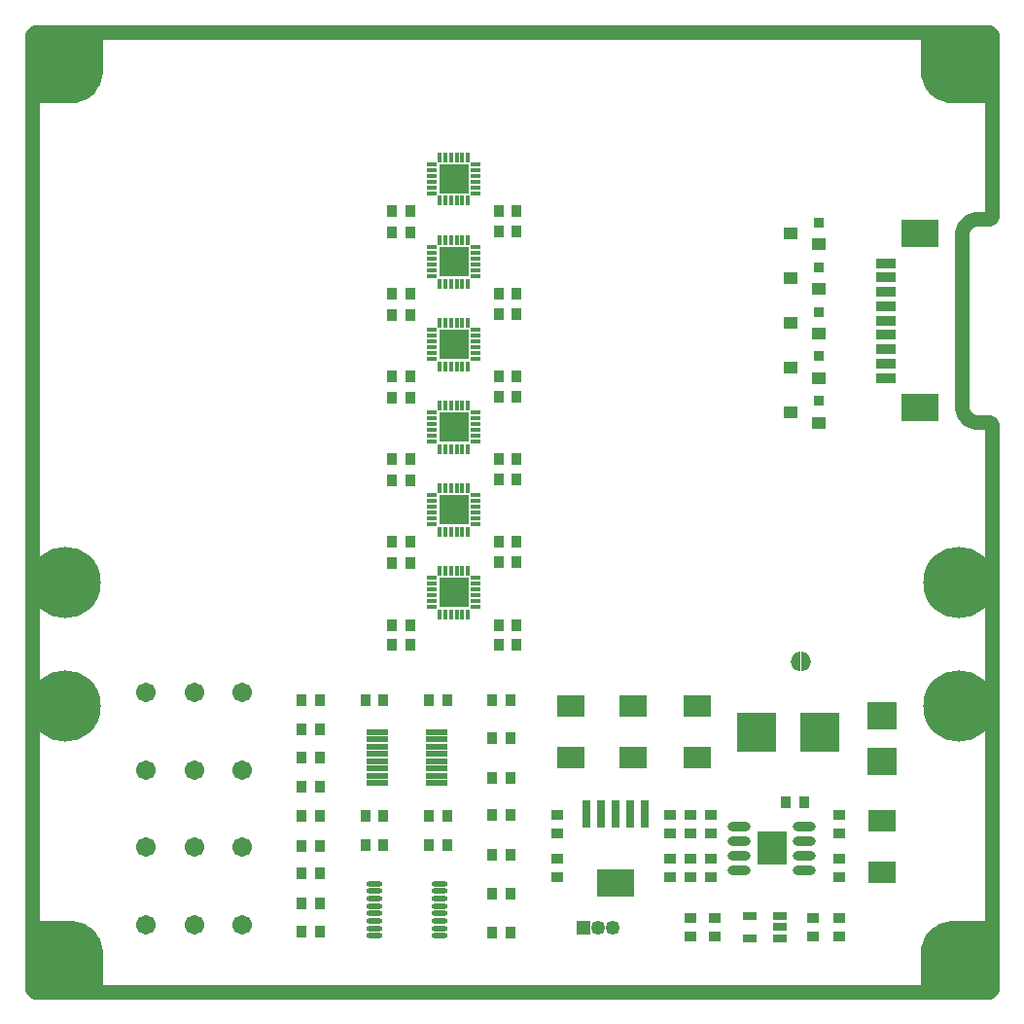
<source format=gbr>
G04*
G04 #@! TF.GenerationSoftware,Altium Limited,Altium Designer,24.1.2 (44)*
G04*
G04 Layer_Color=8388736*
%FSLAX44Y44*%
%MOMM*%
G71*
G04*
G04 #@! TF.SameCoordinates,B2B3494C-DAF2-46AE-B00F-8016F5E32D17*
G04*
G04*
G04 #@! TF.FilePolarity,Negative*
G04*
G01*
G75*
%ADD22R,0.9500X0.9000*%
%ADD26R,1.7018X0.8128*%
%ADD39R,2.5000X2.5000*%
%ADD41C,1.2700*%
%ADD42R,1.1532X1.1032*%
%ADD43R,0.9032X1.0032*%
%ADD44C,1.7032*%
%ADD45R,2.5032X2.4892*%
%ADD46R,3.3020X2.4130*%
%ADD47R,1.2032X0.8032*%
%ADD48R,1.0032X0.9032*%
%ADD49R,2.4622X1.9796*%
G04:AMPARAMS|DCode=50|XSize=0.3746mm|YSize=0.9048mm|CornerRadius=0.1873mm|HoleSize=0mm|Usage=FLASHONLY|Rotation=90.000|XOffset=0mm|YOffset=0mm|HoleType=Round|Shape=RoundedRectangle|*
%AMROUNDEDRECTD50*
21,1,0.3746,0.5302,0,0,90.0*
21,1,0.0000,0.9048,0,0,90.0*
1,1,0.3746,0.2651,0.0000*
1,1,0.3746,0.2651,0.0000*
1,1,0.3746,-0.2651,0.0000*
1,1,0.3746,-0.2651,0.0000*
%
%ADD50ROUNDEDRECTD50*%
%ADD51R,3.5032X3.3532*%
%ADD52O,2.0032X0.8032*%
%ADD53R,2.5032X3.0032*%
%ADD54R,3.2725X2.4455*%
%ADD55R,0.7325X2.4455*%
%ADD56O,1.4000X0.4500*%
%ADD57R,1.9000X0.5000*%
G04:AMPARAMS|DCode=58|XSize=0.3746mm|YSize=0.9048mm|CornerRadius=0.1873mm|HoleSize=0mm|Usage=FLASHONLY|Rotation=180.000|XOffset=0mm|YOffset=0mm|HoleType=Round|Shape=RoundedRectangle|*
%AMROUNDEDRECTD58*
21,1,0.3746,0.5302,0,0,180.0*
21,1,0.0000,0.9048,0,0,180.0*
1,1,0.3746,0.0000,0.2651*
1,1,0.3746,0.0000,0.2651*
1,1,0.3746,0.0000,-0.2651*
1,1,0.3746,0.0000,-0.2651*
%
%ADD58ROUNDEDRECTD58*%
%ADD59R,2.6000X2.6000*%
%ADD60C,6.2032*%
%ADD61C,1.0032*%
%ADD62R,1.2532X1.2532*%
%ADD63C,1.2532*%
%ADD64C,0.6032*%
G36*
X843526Y781000D02*
X809293D01*
Y781000D01*
X807438Y781000D01*
X803761Y781484D01*
X800179Y782444D01*
X796752Y783863D01*
X793540Y785718D01*
X790598Y787975D01*
X787975Y790598D01*
X785718Y793540D01*
X783863Y796752D01*
X782444Y800179D01*
X781484Y803761D01*
X781000Y807438D01*
X781000Y809293D01*
X781000Y843526D01*
X843526D01*
Y781000D01*
D02*
G37*
G36*
X69000Y809293D02*
X69000D01*
X69000Y807438D01*
X68516Y803761D01*
X67556Y800179D01*
X66137Y796752D01*
X64282Y793540D01*
X62024Y790598D01*
X59402Y787975D01*
X56460Y785718D01*
X53248Y783863D01*
X49821Y782444D01*
X46239Y781484D01*
X42562Y781000D01*
X40707Y781000D01*
X6474Y781000D01*
Y843526D01*
X69000D01*
Y809293D01*
D02*
G37*
G36*
X675222Y303401D02*
X675266Y303400D01*
X675288Y303397D01*
X675311Y303396D01*
X675354Y303387D01*
X675398Y303380D01*
X675419Y303374D01*
X675441Y303370D01*
X675484Y303355D01*
X675526Y303343D01*
X675546Y303334D01*
X675567Y303327D01*
X675608Y303307D01*
X675648Y303289D01*
X675667Y303278D01*
X675687Y303268D01*
X675724Y303243D01*
X675762Y303220D01*
X675779Y303206D01*
X675798Y303194D01*
X675831Y303164D01*
X675865Y303137D01*
X675881Y303121D01*
X675898Y303106D01*
X675927Y303072D01*
X675958Y303041D01*
X675971Y303023D01*
X675985Y303006D01*
X676010Y302969D01*
X676036Y302933D01*
X676047Y302914D01*
X676059Y302895D01*
X676079Y302855D01*
X676100Y302816D01*
X676108Y302796D01*
X676118Y302776D01*
X676133Y302733D01*
X676149Y302692D01*
X676154Y302671D01*
X676161Y302650D01*
X676170Y302606D01*
X676180Y302563D01*
X676183Y302541D01*
X676187Y302519D01*
X676190Y302474D01*
X676195Y302430D01*
X676194Y302409D01*
X676196Y302386D01*
X676196Y287614D01*
X676194Y287592D01*
X676195Y287570D01*
X676190Y287525D01*
X676187Y287481D01*
X676183Y287459D01*
X676180Y287437D01*
X676170Y287394D01*
X676161Y287350D01*
X676154Y287329D01*
X676149Y287308D01*
X676133Y287267D01*
X676118Y287224D01*
X676108Y287204D01*
X676100Y287184D01*
X676079Y287145D01*
X676059Y287105D01*
X676047Y287087D01*
X676036Y287067D01*
X676010Y287031D01*
X675985Y286994D01*
X675971Y286977D01*
X675957Y286959D01*
X675927Y286927D01*
X675898Y286894D01*
X675881Y286879D01*
X675865Y286863D01*
X675831Y286835D01*
X675797Y286806D01*
X675779Y286794D01*
X675762Y286780D01*
X675724Y286757D01*
X675687Y286732D01*
X675667Y286722D01*
X675648Y286711D01*
X675607Y286693D01*
X675567Y286673D01*
X675546Y286666D01*
X675526Y286657D01*
X675483Y286645D01*
X675441Y286630D01*
X675419Y286626D01*
X675398Y286620D01*
X675354Y286613D01*
X675311Y286604D01*
X675288Y286603D01*
X675266Y286600D01*
X675222Y286599D01*
X675178Y286596D01*
X675155Y286597D01*
X675133Y286597D01*
X675089Y286602D01*
X675045Y286604D01*
X675023Y286609D01*
X675001Y286611D01*
X674484Y286702D01*
X674480Y286703D01*
X674476Y286704D01*
X674415Y286719D01*
X674355Y286734D01*
X674351Y286735D01*
X674346Y286737D01*
X673349Y287061D01*
X673345Y287062D01*
X673341Y287064D01*
X673283Y287087D01*
X673225Y287110D01*
X673221Y287112D01*
X673217Y287114D01*
X672274Y287574D01*
X672271Y287576D01*
X672266Y287578D01*
X672212Y287609D01*
X672159Y287640D01*
X672155Y287643D01*
X672151Y287645D01*
X671282Y288231D01*
X671279Y288234D01*
X671275Y288236D01*
X671224Y288276D01*
X671177Y288313D01*
X671174Y288316D01*
X671170Y288319D01*
X670390Y289021D01*
X670387Y289024D01*
X670384Y289027D01*
X670341Y289072D01*
X670297Y289116D01*
X670295Y289119D01*
X670292Y289123D01*
X669618Y289926D01*
X669615Y289930D01*
X669612Y289933D01*
X669576Y289983D01*
X669539Y290034D01*
X669537Y290038D01*
X669534Y290041D01*
X668978Y290931D01*
X668976Y290935D01*
X668974Y290938D01*
X668945Y290993D01*
X668915Y291048D01*
X668914Y291052D01*
X668912Y291056D01*
X668485Y292015D01*
X668483Y292019D01*
X668481Y292023D01*
X668461Y292080D01*
X668439Y292139D01*
X668438Y292144D01*
X668436Y292148D01*
X668147Y293156D01*
X668146Y293160D01*
X668145Y293165D01*
X668132Y293226D01*
X668119Y293286D01*
X668119Y293291D01*
X668118Y293295D01*
X667972Y294334D01*
X667971Y294338D01*
X667971Y294343D01*
X667966Y294405D01*
X667962Y294467D01*
X667962Y294471D01*
X667962Y294476D01*
Y295524D01*
X667962Y295529D01*
X667962Y295533D01*
X667966Y295595D01*
X667971Y295657D01*
X667971Y295662D01*
X667972Y295666D01*
X668118Y296705D01*
X668119Y296709D01*
X668119Y296714D01*
X668132Y296774D01*
X668145Y296835D01*
X668146Y296840D01*
X668147Y296844D01*
X668436Y297852D01*
X668438Y297856D01*
X668439Y297861D01*
X668461Y297920D01*
X668481Y297977D01*
X668483Y297981D01*
X668485Y297985D01*
X668912Y298944D01*
X668914Y298948D01*
X668915Y298952D01*
X668945Y299007D01*
X668974Y299062D01*
X668976Y299065D01*
X668978Y299069D01*
X669534Y299959D01*
X669537Y299962D01*
X669539Y299966D01*
X669575Y300016D01*
X669612Y300067D01*
X669615Y300070D01*
X669618Y300074D01*
X670292Y300877D01*
X670295Y300880D01*
X670297Y300884D01*
X670341Y300928D01*
X670384Y300973D01*
X670387Y300976D01*
X670390Y300979D01*
X671170Y301681D01*
X671173Y301684D01*
X671177Y301687D01*
X671225Y301724D01*
X671275Y301764D01*
X671279Y301766D01*
X671282Y301769D01*
X672151Y302355D01*
X672155Y302357D01*
X672159Y302360D01*
X672213Y302391D01*
X672266Y302422D01*
X672271Y302424D01*
X672274Y302426D01*
X673217Y302886D01*
X673221Y302888D01*
X673225Y302890D01*
X673283Y302913D01*
X673341Y302936D01*
X673345Y302938D01*
X673349Y302939D01*
X674346Y303263D01*
X674351Y303264D01*
X674355Y303266D01*
X674414Y303281D01*
X674475Y303296D01*
X674480Y303297D01*
X674484Y303298D01*
X675001Y303389D01*
X675023Y303391D01*
X675045Y303396D01*
X675089Y303398D01*
X675133Y303403D01*
X675155Y303403D01*
X675178Y303404D01*
X675178D01*
X675222Y303401D01*
D02*
G37*
G36*
X677804Y303403D02*
X677827Y303403D01*
X677871Y303398D01*
X677915Y303396D01*
X677937Y303391D01*
X677959Y303389D01*
X678476Y303298D01*
X678480Y303297D01*
X678484Y303296D01*
X678545Y303281D01*
X678605Y303266D01*
X678609Y303264D01*
X678614Y303263D01*
X679611Y302939D01*
X679615Y302938D01*
X679620Y302936D01*
X679677Y302913D01*
X679735Y302890D01*
X679739Y302888D01*
X679743Y302886D01*
X680686Y302426D01*
X680689Y302424D01*
X680694Y302422D01*
X680748Y302391D01*
X680801Y302360D01*
X680805Y302357D01*
X680808Y302355D01*
X681678Y301769D01*
X681682Y301766D01*
X681685Y301764D01*
X681736Y301724D01*
X681783Y301687D01*
X681786Y301684D01*
X681790Y301681D01*
X682570Y300979D01*
X682573Y300976D01*
X682576Y300973D01*
X682619Y300928D01*
X682662Y300884D01*
X682665Y300880D01*
X682668Y300877D01*
X683342Y300074D01*
X683345Y300070D01*
X683348Y300067D01*
X683384Y300017D01*
X683421Y299966D01*
X683423Y299962D01*
X683426Y299959D01*
X683982Y299069D01*
X683984Y299065D01*
X683986Y299062D01*
X684015Y299007D01*
X684045Y298952D01*
X684046Y298948D01*
X684048Y298944D01*
X684475Y297985D01*
X684477Y297981D01*
X684479Y297977D01*
X684499Y297920D01*
X684521Y297861D01*
X684522Y297856D01*
X684524Y297852D01*
X684813Y296844D01*
X684814Y296840D01*
X684815Y296835D01*
X684828Y296774D01*
X684841Y296714D01*
X684841Y296709D01*
X684842Y296705D01*
X684988Y295666D01*
X684989Y295662D01*
X684989Y295657D01*
X684994Y295595D01*
X684998Y295533D01*
X684998Y295529D01*
X684998Y295524D01*
Y294476D01*
X684998Y294471D01*
X684998Y294467D01*
X684994Y294405D01*
X684989Y294343D01*
X684989Y294338D01*
X684988Y294334D01*
X684842Y293295D01*
X684841Y293291D01*
X684841Y293286D01*
X684828Y293226D01*
X684815Y293165D01*
X684814Y293160D01*
X684813Y293156D01*
X684524Y292148D01*
X684522Y292144D01*
X684521Y292139D01*
X684499Y292080D01*
X684479Y292023D01*
X684477Y292019D01*
X684475Y292015D01*
X684048Y291056D01*
X684046Y291052D01*
X684045Y291048D01*
X684015Y290993D01*
X683986Y290938D01*
X683984Y290935D01*
X683982Y290931D01*
X683426Y290041D01*
X683423Y290037D01*
X683421Y290034D01*
X683385Y289984D01*
X683348Y289933D01*
X683345Y289930D01*
X683342Y289926D01*
X682668Y289123D01*
X682665Y289119D01*
X682662Y289116D01*
X682619Y289072D01*
X682576Y289027D01*
X682573Y289024D01*
X682570Y289021D01*
X681790Y288319D01*
X681786Y288316D01*
X681783Y288313D01*
X681735Y288276D01*
X681685Y288236D01*
X681682Y288234D01*
X681678Y288231D01*
X680808Y287645D01*
X680805Y287643D01*
X680801Y287640D01*
X680747Y287609D01*
X680694Y287578D01*
X680689Y287576D01*
X680686Y287574D01*
X679743Y287114D01*
X679739Y287112D01*
X679735Y287110D01*
X679677Y287087D01*
X679620Y287064D01*
X679615Y287062D01*
X679611Y287061D01*
X678614Y286737D01*
X678609Y286735D01*
X678605Y286734D01*
X678546Y286719D01*
X678484Y286704D01*
X678480Y286703D01*
X678476Y286702D01*
X677959Y286611D01*
X677937Y286609D01*
X677915Y286604D01*
X677871Y286602D01*
X677827Y286597D01*
X677804Y286597D01*
X677782Y286596D01*
X677782D01*
X677738Y286599D01*
X677694Y286600D01*
X677672Y286603D01*
X677649Y286604D01*
X677606Y286613D01*
X677562Y286620D01*
X677541Y286626D01*
X677519Y286630D01*
X677476Y286645D01*
X677434Y286657D01*
X677414Y286666D01*
X677393Y286673D01*
X677353Y286693D01*
X677312Y286711D01*
X677293Y286722D01*
X677273Y286732D01*
X677236Y286757D01*
X677198Y286780D01*
X677181Y286794D01*
X677162Y286806D01*
X677129Y286836D01*
X677094Y286863D01*
X677079Y286879D01*
X677062Y286894D01*
X677033Y286928D01*
X677002Y286959D01*
X676989Y286977D01*
X676975Y286994D01*
X676950Y287031D01*
X676924Y287067D01*
X676913Y287086D01*
X676901Y287105D01*
X676881Y287145D01*
X676860Y287184D01*
X676852Y287204D01*
X676842Y287224D01*
X676827Y287267D01*
X676811Y287308D01*
X676806Y287329D01*
X676799Y287350D01*
X676790Y287394D01*
X676780Y287437D01*
X676777Y287459D01*
X676773Y287481D01*
X676770Y287526D01*
X676765Y287570D01*
X676766Y287591D01*
X676764Y287614D01*
X676764Y302386D01*
X676766Y302408D01*
X676765Y302430D01*
X676770Y302475D01*
X676773Y302519D01*
X676777Y302541D01*
X676780Y302563D01*
X676790Y302606D01*
X676799Y302650D01*
X676806Y302671D01*
X676811Y302692D01*
X676827Y302733D01*
X676842Y302776D01*
X676852Y302796D01*
X676860Y302816D01*
X676881Y302855D01*
X676901Y302895D01*
X676913Y302913D01*
X676924Y302933D01*
X676950Y302969D01*
X676975Y303006D01*
X676989Y303023D01*
X677002Y303041D01*
X677033Y303072D01*
X677062Y303106D01*
X677079Y303121D01*
X677094Y303137D01*
X677129Y303165D01*
X677162Y303194D01*
X677181Y303206D01*
X677198Y303220D01*
X677236Y303243D01*
X677273Y303268D01*
X677293Y303278D01*
X677312Y303289D01*
X677353Y303307D01*
X677393Y303327D01*
X677414Y303334D01*
X677434Y303343D01*
X677476Y303355D01*
X677519Y303370D01*
X677541Y303374D01*
X677562Y303380D01*
X677606Y303387D01*
X677650Y303396D01*
X677672Y303397D01*
X677694Y303400D01*
X677738Y303401D01*
X677782Y303404D01*
X677804Y303403D01*
D02*
G37*
G36*
X843526Y6474D02*
X781000D01*
Y40707D01*
X781000Y40707D01*
X781000Y40707D01*
X781000Y42562D01*
X781484Y46239D01*
X782444Y49821D01*
X783863Y53248D01*
X785718Y56460D01*
X787975Y59402D01*
X790598Y62024D01*
X793540Y64282D01*
X796752Y66137D01*
X800179Y67556D01*
X803761Y68516D01*
X807438Y69000D01*
X809293Y69000D01*
X843526Y69000D01*
Y6474D01*
D02*
G37*
G36*
X40707Y69000D02*
X42562Y69000D01*
X46239Y68516D01*
X49821Y67556D01*
X53248Y66137D01*
X56460Y64282D01*
X59402Y62024D01*
X62024Y59402D01*
X64282Y56460D01*
X66137Y53248D01*
X67556Y49821D01*
X68516Y46239D01*
X69000Y42562D01*
X69000Y40707D01*
X69000D01*
X69000Y40707D01*
Y6474D01*
X6474D01*
Y69000D01*
X40707Y69000D01*
D02*
G37*
D22*
X692484Y521644D02*
D03*
Y560536D02*
D03*
Y599428D02*
D03*
Y638320D02*
D03*
Y677211D02*
D03*
D26*
X750955Y541752D02*
D03*
Y554252D02*
D03*
Y566752D02*
D03*
Y579252D02*
D03*
Y591752D02*
D03*
Y604252D02*
D03*
Y616752D02*
D03*
Y629252D02*
D03*
Y641752D02*
D03*
D39*
X374350Y643000D02*
D03*
Y715000D02*
D03*
Y571000D02*
D03*
Y499000D02*
D03*
Y427000D02*
D03*
D41*
X843150Y500497D02*
X842227Y502724D01*
X840000Y503647D01*
X838000Y6850D02*
X840575Y7540D01*
X842460Y9425D01*
X843150Y12000D01*
X840000Y679908D02*
X842227Y680830D01*
X843150Y683057D01*
X12000Y843150D02*
X9425Y842460D01*
X7540Y840575D01*
X6850Y838000D01*
X843150Y838000D02*
X842460Y840575D01*
X840575Y842460D01*
X838000Y843150D01*
X6850Y12000D02*
X7540Y9425D01*
X9425Y7540D01*
X12000Y6850D01*
X828860Y679908D02*
X826223Y679610D01*
X823719Y678734D01*
X821472Y677322D01*
X819595Y675446D01*
X818184Y673199D01*
X817307Y670694D01*
X817010Y668057D01*
Y515497D02*
X817307Y512860D01*
X818184Y510356D01*
X819595Y508109D01*
X821472Y506232D01*
X823719Y504821D01*
X826223Y503944D01*
X828860Y503647D01*
X843150Y683099D02*
Y838000D01*
X12059Y6850D02*
X838000D01*
X828860Y679908D02*
X840000D01*
X6850Y12000D02*
Y837941D01*
X843150Y12042D02*
Y500497D01*
X817010Y515497D02*
Y668057D01*
X828860Y503647D02*
X840000D01*
X12000Y843150D02*
X837941D01*
D42*
X667484Y512144D02*
D03*
X692484Y502644D02*
D03*
X667484Y551036D02*
D03*
X692484Y541536D02*
D03*
X667484Y589928D02*
D03*
X692484Y580428D02*
D03*
X667484Y628820D02*
D03*
X692484Y619320D02*
D03*
Y658211D02*
D03*
X667484Y667711D02*
D03*
D43*
X352487Y135341D02*
D03*
X368487D02*
D03*
X241948Y134441D02*
D03*
X257948D02*
D03*
X336458Y309184D02*
D03*
X320458D02*
D03*
X663560Y172720D02*
D03*
X679560D02*
D03*
X313218Y135341D02*
D03*
X297218D02*
D03*
X297219Y261377D02*
D03*
X313219D02*
D03*
X368488D02*
D03*
X352488D02*
D03*
X313218Y160548D02*
D03*
X297218D02*
D03*
X352488D02*
D03*
X368488D02*
D03*
X423756Y228517D02*
D03*
X407756D02*
D03*
X407758Y160998D02*
D03*
X423758D02*
D03*
X407757Y193858D02*
D03*
X423757D02*
D03*
X423757Y261377D02*
D03*
X407757D02*
D03*
X423757Y126339D02*
D03*
X407757D02*
D03*
X423757Y58820D02*
D03*
X407757D02*
D03*
X423757Y92579D02*
D03*
X407757D02*
D03*
X257948Y160548D02*
D03*
X241948D02*
D03*
X257948Y185755D02*
D03*
X241948D02*
D03*
X257948Y210963D02*
D03*
X241948D02*
D03*
X241950Y236170D02*
D03*
X257950D02*
D03*
X257948Y261377D02*
D03*
X241948D02*
D03*
X257950Y110134D02*
D03*
X241950D02*
D03*
X257948Y59720D02*
D03*
X241948D02*
D03*
X241949Y84027D02*
D03*
X257949D02*
D03*
X413244Y470816D02*
D03*
X429244D02*
D03*
X413244Y686816D02*
D03*
X429244D02*
D03*
X429242Y669584D02*
D03*
X413242D02*
D03*
X413244Y614816D02*
D03*
X429244D02*
D03*
X429242Y597584D02*
D03*
X413242D02*
D03*
X413244Y542816D02*
D03*
X429244D02*
D03*
X429242Y525584D02*
D03*
X413242D02*
D03*
X429242Y453584D02*
D03*
X413242D02*
D03*
X413244Y398816D02*
D03*
X429244D02*
D03*
X429242Y381584D02*
D03*
X413242D02*
D03*
Y326814D02*
D03*
X429242D02*
D03*
Y309584D02*
D03*
X413242D02*
D03*
X320458Y614816D02*
D03*
X336458D02*
D03*
X320458Y668684D02*
D03*
X336458D02*
D03*
X320458Y542816D02*
D03*
X336458D02*
D03*
X320458Y596684D02*
D03*
X336458D02*
D03*
X320458Y524684D02*
D03*
X336458D02*
D03*
Y452684D02*
D03*
X320458D02*
D03*
Y380684D02*
D03*
X336458D02*
D03*
Y470816D02*
D03*
X320458D02*
D03*
Y398816D02*
D03*
X336458D02*
D03*
X320460Y326814D02*
D03*
X336460D02*
D03*
X320458Y686816D02*
D03*
X336458D02*
D03*
D44*
X190420Y267627D02*
D03*
X106600Y267627D02*
D03*
X148510Y267627D02*
D03*
X190420Y200373D02*
D03*
X148510D02*
D03*
X106600D02*
D03*
Y65866D02*
D03*
X148510D02*
D03*
X190420D02*
D03*
Y133120D02*
D03*
X148510D02*
D03*
X106600D02*
D03*
D45*
X747061Y207957D02*
D03*
Y247957D02*
D03*
D46*
X779955Y667252D02*
D03*
Y516252D02*
D03*
D47*
X657910Y54171D02*
D03*
Y63671D02*
D03*
Y73171D02*
D03*
X632410D02*
D03*
Y54171D02*
D03*
D48*
X709740Y55671D02*
D03*
Y71671D02*
D03*
X709740Y123053D02*
D03*
Y107053D02*
D03*
X580670Y123054D02*
D03*
Y107054D02*
D03*
X601970Y55671D02*
D03*
Y71671D02*
D03*
X709740Y161169D02*
D03*
Y145169D02*
D03*
X580670Y55671D02*
D03*
Y71671D02*
D03*
Y161170D02*
D03*
Y145170D02*
D03*
X687080Y71671D02*
D03*
Y55671D02*
D03*
X597970Y123054D02*
D03*
Y107054D02*
D03*
Y161170D02*
D03*
Y145170D02*
D03*
X562469Y107054D02*
D03*
Y123054D02*
D03*
X464820Y107054D02*
D03*
Y123054D02*
D03*
Y145169D02*
D03*
Y161169D02*
D03*
X562469Y145169D02*
D03*
Y161169D02*
D03*
D49*
X586740Y211328D02*
D03*
Y256032D02*
D03*
X530860D02*
D03*
Y211328D02*
D03*
X476120Y256151D02*
D03*
Y211447D02*
D03*
X747061Y111760D02*
D03*
Y156464D02*
D03*
D50*
X393374Y367500D02*
D03*
X355326Y630500D02*
D03*
X355326Y635500D02*
D03*
Y640500D02*
D03*
Y645500D02*
D03*
Y650500D02*
D03*
Y655500D02*
D03*
X393374D02*
D03*
X393374Y650500D02*
D03*
Y645500D02*
D03*
Y640500D02*
D03*
Y635500D02*
D03*
Y630500D02*
D03*
Y702500D02*
D03*
Y707500D02*
D03*
Y712500D02*
D03*
Y717500D02*
D03*
Y722500D02*
D03*
Y727500D02*
D03*
X355326D02*
D03*
Y722500D02*
D03*
Y717500D02*
D03*
Y712500D02*
D03*
Y707500D02*
D03*
Y702500D02*
D03*
X393374Y558500D02*
D03*
Y563500D02*
D03*
Y568500D02*
D03*
Y573500D02*
D03*
Y578500D02*
D03*
Y583500D02*
D03*
X355326D02*
D03*
Y578500D02*
D03*
Y573500D02*
D03*
Y568500D02*
D03*
Y563500D02*
D03*
Y558500D02*
D03*
X393374Y486500D02*
D03*
Y491500D02*
D03*
Y496500D02*
D03*
Y501500D02*
D03*
Y506500D02*
D03*
Y511500D02*
D03*
X355326D02*
D03*
Y506500D02*
D03*
Y501500D02*
D03*
Y496500D02*
D03*
Y491500D02*
D03*
Y486500D02*
D03*
X393374Y414500D02*
D03*
Y419500D02*
D03*
Y424500D02*
D03*
Y429500D02*
D03*
Y434500D02*
D03*
Y439500D02*
D03*
X355326D02*
D03*
Y434500D02*
D03*
Y429500D02*
D03*
Y424500D02*
D03*
Y419500D02*
D03*
Y414500D02*
D03*
X393374Y342500D02*
D03*
Y347500D02*
D03*
Y352500D02*
D03*
Y357500D02*
D03*
Y362500D02*
D03*
X355326Y367500D02*
D03*
Y362500D02*
D03*
Y357500D02*
D03*
Y352500D02*
D03*
Y347500D02*
D03*
Y342500D02*
D03*
D51*
X692980Y233680D02*
D03*
X637980D02*
D03*
D52*
X623060Y151384D02*
D03*
Y138684D02*
D03*
Y125984D02*
D03*
Y113284D02*
D03*
X679560Y151384D02*
D03*
Y138684D02*
D03*
Y125984D02*
D03*
Y113284D02*
D03*
D53*
X651310Y132334D02*
D03*
D54*
X515620Y101977D02*
D03*
D55*
X490220Y162183D02*
D03*
X502920D02*
D03*
X515620D02*
D03*
X528320D02*
D03*
X541020D02*
D03*
D56*
X305203Y101470D02*
D03*
Y94970D02*
D03*
Y88470D02*
D03*
Y81970D02*
D03*
Y75470D02*
D03*
Y68970D02*
D03*
Y62470D02*
D03*
Y55970D02*
D03*
X362203Y101470D02*
D03*
Y94970D02*
D03*
Y88470D02*
D03*
Y81970D02*
D03*
Y75470D02*
D03*
Y68970D02*
D03*
Y62470D02*
D03*
Y55970D02*
D03*
D57*
X359230Y233637D02*
D03*
Y227287D02*
D03*
Y220937D02*
D03*
Y214587D02*
D03*
Y208237D02*
D03*
Y201887D02*
D03*
Y195537D02*
D03*
Y189187D02*
D03*
X308176D02*
D03*
Y195537D02*
D03*
Y201887D02*
D03*
Y208237D02*
D03*
Y214587D02*
D03*
Y220937D02*
D03*
Y227287D02*
D03*
Y233637D02*
D03*
D58*
X386850Y623976D02*
D03*
X381850Y623976D02*
D03*
X376850D02*
D03*
X371850D02*
D03*
X366850D02*
D03*
X361850D02*
D03*
Y662024D02*
D03*
X366850Y662024D02*
D03*
X371850D02*
D03*
X376850D02*
D03*
X381850D02*
D03*
X386850D02*
D03*
Y734024D02*
D03*
X381850D02*
D03*
X376850D02*
D03*
X371850D02*
D03*
X366850D02*
D03*
X361850D02*
D03*
Y695976D02*
D03*
X366850D02*
D03*
X371850D02*
D03*
X376850D02*
D03*
X381850D02*
D03*
X386850D02*
D03*
Y590024D02*
D03*
X381850D02*
D03*
X376850D02*
D03*
X371850D02*
D03*
X366850D02*
D03*
X361850D02*
D03*
Y551976D02*
D03*
X366850D02*
D03*
X371850D02*
D03*
X376850D02*
D03*
X381850D02*
D03*
X386850D02*
D03*
Y518024D02*
D03*
X381850D02*
D03*
X376850D02*
D03*
X371850D02*
D03*
X366850D02*
D03*
X361850D02*
D03*
Y479976D02*
D03*
X366850D02*
D03*
X371850D02*
D03*
X376850D02*
D03*
X381850D02*
D03*
X386850D02*
D03*
Y446024D02*
D03*
X381850D02*
D03*
X376850D02*
D03*
X371850D02*
D03*
X366850D02*
D03*
X361850D02*
D03*
Y407976D02*
D03*
X366850D02*
D03*
X371850D02*
D03*
X376850D02*
D03*
X381850D02*
D03*
X386850D02*
D03*
Y374024D02*
D03*
X381850D02*
D03*
X376850D02*
D03*
X371850D02*
D03*
X366850D02*
D03*
X361850D02*
D03*
Y335976D02*
D03*
X366850D02*
D03*
X371850D02*
D03*
X376850D02*
D03*
X381850D02*
D03*
X386850D02*
D03*
D59*
X374350Y355000D02*
D03*
D60*
X36000Y814000D02*
D03*
Y256000D02*
D03*
Y364000D02*
D03*
X814477Y256000D02*
D03*
X814000Y364000D02*
D03*
Y36000D02*
D03*
Y814000D02*
D03*
X36000Y36000D02*
D03*
D61*
X27252Y835120D02*
D03*
X14880Y805252D02*
D03*
X44748Y792880D02*
D03*
X57120Y822748D02*
D03*
X44748Y835120D02*
D03*
X14880Y822748D02*
D03*
X27252Y792880D02*
D03*
X57120Y805252D02*
D03*
X27252Y277120D02*
D03*
X14880Y247252D02*
D03*
X44748Y234880D02*
D03*
X57120Y264748D02*
D03*
X44748Y277120D02*
D03*
X14880Y264748D02*
D03*
X27252Y234880D02*
D03*
X57120Y247252D02*
D03*
X27252Y385120D02*
D03*
X14880Y355252D02*
D03*
X44748Y342880D02*
D03*
X57120Y372748D02*
D03*
X44748Y385120D02*
D03*
X14880Y372748D02*
D03*
X27252Y342880D02*
D03*
X57120Y355252D02*
D03*
X805729Y277120D02*
D03*
X793357Y247252D02*
D03*
X823225Y234880D02*
D03*
X835597Y264748D02*
D03*
X823225Y277120D02*
D03*
X793357Y264748D02*
D03*
X805729Y234880D02*
D03*
X835597Y247252D02*
D03*
X805252Y385120D02*
D03*
X792880Y355252D02*
D03*
X822748Y342880D02*
D03*
X835120Y372748D02*
D03*
X822748Y385120D02*
D03*
X792880Y372748D02*
D03*
X805252Y342880D02*
D03*
X835120Y355252D02*
D03*
X805252Y57120D02*
D03*
X792880Y27252D02*
D03*
X822748Y14880D02*
D03*
X835120Y44748D02*
D03*
X822748Y57120D02*
D03*
X792880Y44748D02*
D03*
X805252Y14880D02*
D03*
X835120Y27252D02*
D03*
X805252Y835120D02*
D03*
X792880Y805252D02*
D03*
X822748Y792880D02*
D03*
X835120Y822748D02*
D03*
X822748Y835120D02*
D03*
X792880Y822748D02*
D03*
X805252Y792880D02*
D03*
X835120Y805252D02*
D03*
X27252Y57120D02*
D03*
X14880Y27252D02*
D03*
X44748Y14880D02*
D03*
X57120Y44748D02*
D03*
X44748Y57120D02*
D03*
X14880Y44748D02*
D03*
X27252Y14880D02*
D03*
X57120Y27252D02*
D03*
D62*
X487680Y62820D02*
D03*
D63*
X500380D02*
D03*
X513080D02*
D03*
D64*
X838017Y843529D02*
D03*
X828017Y843526D02*
D03*
X818017D02*
D03*
X808017D02*
D03*
X798017D02*
D03*
X788017D02*
D03*
X778017D02*
D03*
X768017D02*
D03*
X758017D02*
D03*
X748017D02*
D03*
X738017D02*
D03*
X728017D02*
D03*
X718017D02*
D03*
X708017D02*
D03*
X698017D02*
D03*
X688017D02*
D03*
X678017D02*
D03*
X668017D02*
D03*
X658017D02*
D03*
X648017D02*
D03*
X638017D02*
D03*
X628017D02*
D03*
X618017D02*
D03*
X608017D02*
D03*
X598017D02*
D03*
X588017D02*
D03*
X578017D02*
D03*
X568017D02*
D03*
X558017D02*
D03*
X548017D02*
D03*
X538017D02*
D03*
X528017D02*
D03*
X518017D02*
D03*
X508017D02*
D03*
X498017D02*
D03*
X488018D02*
D03*
X478018D02*
D03*
X468018D02*
D03*
X458018D02*
D03*
X448018D02*
D03*
X438018D02*
D03*
X428018D02*
D03*
X418018D02*
D03*
X408018D02*
D03*
X398018D02*
D03*
X388018D02*
D03*
X378018D02*
D03*
X368018D02*
D03*
X358018D02*
D03*
X348018D02*
D03*
X338018D02*
D03*
X328018D02*
D03*
X318018D02*
D03*
X308018D02*
D03*
X298018D02*
D03*
X288018D02*
D03*
X278018D02*
D03*
X268018D02*
D03*
X258018D02*
D03*
X248018D02*
D03*
X238018D02*
D03*
X228018D02*
D03*
X218018D02*
D03*
X208018D02*
D03*
X198018D02*
D03*
X188018D02*
D03*
X178018D02*
D03*
X168018D02*
D03*
X158018D02*
D03*
X148018D02*
D03*
X138018D02*
D03*
X128018D02*
D03*
X118018D02*
D03*
X108018D02*
D03*
X98018D02*
D03*
X88018D02*
D03*
X78018D02*
D03*
X68018D02*
D03*
X58018D02*
D03*
X48018D02*
D03*
X38018D02*
D03*
X28018D02*
D03*
X18018D02*
D03*
X8143Y841953D02*
D03*
X6474Y832093D02*
D03*
Y822093D02*
D03*
Y812093D02*
D03*
Y802093D02*
D03*
Y792093D02*
D03*
Y782093D02*
D03*
Y772093D02*
D03*
Y762093D02*
D03*
Y752093D02*
D03*
Y742093D02*
D03*
Y732093D02*
D03*
Y722093D02*
D03*
Y712093D02*
D03*
Y702093D02*
D03*
Y692093D02*
D03*
Y682093D02*
D03*
Y672093D02*
D03*
Y662093D02*
D03*
Y652093D02*
D03*
Y642093D02*
D03*
Y632094D02*
D03*
Y622094D02*
D03*
Y612094D02*
D03*
Y602094D02*
D03*
Y592094D02*
D03*
Y582094D02*
D03*
Y572094D02*
D03*
Y562094D02*
D03*
Y552094D02*
D03*
Y542094D02*
D03*
Y532094D02*
D03*
Y522094D02*
D03*
Y512094D02*
D03*
Y502094D02*
D03*
Y492094D02*
D03*
Y482094D02*
D03*
Y472094D02*
D03*
Y462094D02*
D03*
Y452094D02*
D03*
Y442094D02*
D03*
Y432094D02*
D03*
Y422094D02*
D03*
Y412094D02*
D03*
Y402094D02*
D03*
Y392094D02*
D03*
Y382094D02*
D03*
Y372094D02*
D03*
Y362094D02*
D03*
Y352094D02*
D03*
Y342094D02*
D03*
Y332094D02*
D03*
Y322094D02*
D03*
Y312094D02*
D03*
Y302094D02*
D03*
Y292094D02*
D03*
Y282094D02*
D03*
Y272094D02*
D03*
Y262094D02*
D03*
Y252094D02*
D03*
Y242094D02*
D03*
Y232094D02*
D03*
Y222094D02*
D03*
Y212094D02*
D03*
Y202094D02*
D03*
Y192094D02*
D03*
Y182094D02*
D03*
Y172094D02*
D03*
Y162094D02*
D03*
Y152094D02*
D03*
Y142094D02*
D03*
Y132094D02*
D03*
Y122094D02*
D03*
Y112094D02*
D03*
Y102094D02*
D03*
Y92094D02*
D03*
Y82095D02*
D03*
Y72095D02*
D03*
Y62095D02*
D03*
Y52095D02*
D03*
Y42095D02*
D03*
Y32095D02*
D03*
Y22095D02*
D03*
Y12095D02*
D03*
X14745Y6474D02*
D03*
X24745D02*
D03*
X34745D02*
D03*
X44745D02*
D03*
X54745D02*
D03*
X64745D02*
D03*
X74745D02*
D03*
X84745D02*
D03*
X94745D02*
D03*
X104745D02*
D03*
X114745D02*
D03*
X124745D02*
D03*
X134745D02*
D03*
X144745D02*
D03*
X154745D02*
D03*
X164745D02*
D03*
X174745D02*
D03*
X184745D02*
D03*
X194745D02*
D03*
X204745D02*
D03*
X214745D02*
D03*
X224745D02*
D03*
X234745D02*
D03*
X244745D02*
D03*
X254745D02*
D03*
X264745D02*
D03*
X274745D02*
D03*
X284745D02*
D03*
X294745D02*
D03*
X304745D02*
D03*
X314745D02*
D03*
X324745D02*
D03*
X334745D02*
D03*
X344745D02*
D03*
X354745D02*
D03*
X364745D02*
D03*
X374745D02*
D03*
X384745D02*
D03*
X394745D02*
D03*
X404745D02*
D03*
X414744D02*
D03*
X424744D02*
D03*
X434744D02*
D03*
X444744D02*
D03*
X454744D02*
D03*
X464744D02*
D03*
X474744D02*
D03*
X484744D02*
D03*
X494744D02*
D03*
X504744D02*
D03*
X514744D02*
D03*
X524744D02*
D03*
X534744D02*
D03*
X544744D02*
D03*
X554744D02*
D03*
X564744D02*
D03*
X574744D02*
D03*
X584744D02*
D03*
X594744D02*
D03*
X604744D02*
D03*
X614744D02*
D03*
X624744D02*
D03*
X634744D02*
D03*
X644744D02*
D03*
X654744D02*
D03*
X664744D02*
D03*
X674744D02*
D03*
X684744D02*
D03*
X694744D02*
D03*
X704744D02*
D03*
X714744D02*
D03*
X724744D02*
D03*
X734744D02*
D03*
X744744D02*
D03*
X754744D02*
D03*
X764744D02*
D03*
X774744D02*
D03*
X784744D02*
D03*
X794744D02*
D03*
X804744D02*
D03*
X814744D02*
D03*
X824744D02*
D03*
X834744D02*
D03*
X843451Y11391D02*
D03*
X843526Y21391D02*
D03*
Y31391D02*
D03*
Y41391D02*
D03*
Y51391D02*
D03*
Y61391D02*
D03*
Y71391D02*
D03*
Y81391D02*
D03*
Y91391D02*
D03*
Y101391D02*
D03*
Y111391D02*
D03*
Y121391D02*
D03*
Y131391D02*
D03*
Y141391D02*
D03*
Y151391D02*
D03*
Y161391D02*
D03*
Y171391D02*
D03*
Y181391D02*
D03*
Y191391D02*
D03*
Y201391D02*
D03*
Y211391D02*
D03*
Y221391D02*
D03*
Y231391D02*
D03*
Y241391D02*
D03*
Y271391D02*
D03*
Y281391D02*
D03*
Y291391D02*
D03*
Y301391D02*
D03*
Y311391D02*
D03*
Y321390D02*
D03*
Y331390D02*
D03*
Y341390D02*
D03*
Y351390D02*
D03*
Y361390D02*
D03*
Y371390D02*
D03*
Y381390D02*
D03*
Y391390D02*
D03*
Y401390D02*
D03*
Y411390D02*
D03*
Y421390D02*
D03*
Y431390D02*
D03*
Y441390D02*
D03*
Y451390D02*
D03*
Y461390D02*
D03*
Y471390D02*
D03*
Y481390D02*
D03*
Y491390D02*
D03*
X843375Y501389D02*
D03*
X833728Y504023D02*
D03*
X823805Y505263D02*
D03*
X817680Y513168D02*
D03*
X817386Y523163D02*
D03*
Y533163D02*
D03*
Y543163D02*
D03*
Y553163D02*
D03*
Y563163D02*
D03*
Y573163D02*
D03*
Y583163D02*
D03*
Y593163D02*
D03*
Y603163D02*
D03*
Y613163D02*
D03*
Y623163D02*
D03*
Y633163D02*
D03*
Y643163D02*
D03*
Y653163D02*
D03*
Y663163D02*
D03*
X818616Y673087D02*
D03*
X826504Y679234D02*
D03*
X836499Y679532D02*
D03*
X843526Y686646D02*
D03*
Y696646D02*
D03*
Y706646D02*
D03*
Y716646D02*
D03*
Y726646D02*
D03*
Y736646D02*
D03*
Y746646D02*
D03*
Y756646D02*
D03*
Y766646D02*
D03*
Y776646D02*
D03*
Y786646D02*
D03*
Y796646D02*
D03*
Y806646D02*
D03*
Y816646D02*
D03*
Y826646D02*
D03*
Y836646D02*
D03*
X843526Y251391D02*
D03*
Y261391D02*
D03*
M02*

</source>
